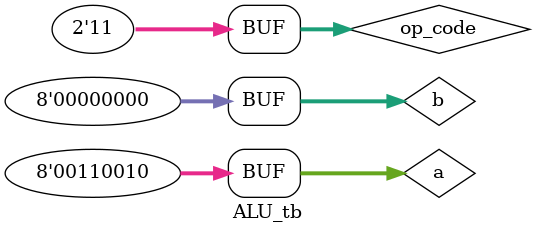
<source format=v>
`timescale 1ns / 1ps

module ALU_tb();

    reg [1:0] op_code;
    reg [7:0] a, b;
    wire [15:0] result;
    ALU uut (
                .op_code(op_code), 
                .a(a),            
                .b(b),             
               .result(result)    
    );

    initial begin
       $monitor(" op_code=%b | a=%d | b=%d | result=%d ",
          op_code, a, b, result);


        op_code = 2'b00;
        a = 8'd0;
        b = 8'd0;
        


        // --- Test Case 1: Addition (op_code = 00) ---
        // Expected: 10 + 5 = 15
       
        op_code = 2'b00; a = 8'd10; b = 8'd5; #10;

        // --- Test Case 2: Subtraction (op_code = 01) ---
        // Expected: 20 - 8 = 12

        op_code = 2'b01; a = 8'd20; b = 8'd8; #10;

        // --- Test Case 3: Multiplication (op_code = 10) ---
        // Expected: 12 * 10 = 120
        
        op_code = 2'b10; a = 8'd12; b = 8'd10;#10;

        // --- Test Case 4: Division (op_code = 11) ---
        // Expected: 100 / 10 = 10
        
        op_code = 2'b11; a = 8'd100; b = 8'd5; #10;

        // --- Test Case 5: Division by Zero (op_code = 11) ---
        // The ALU  output our error code (16'hFFFF).
       
        op_code = 2'b11; a = 8'd50; b = 8'd0; #10;

 

       
    end


endmodule

</source>
